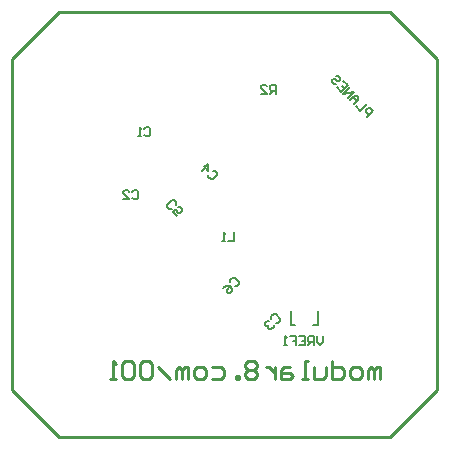
<source format=gbo>
%FSLAX24Y24*%
%MOIN*%
G70*
G01*
G75*
G04 Layer_Color=32896*
%ADD10R,0.0236X0.0315*%
G04:AMPARAMS|DCode=11|XSize=15.7mil|YSize=59.1mil|CornerRadius=0mil|HoleSize=0mil|Usage=FLASHONLY|Rotation=315.000|XOffset=0mil|YOffset=0mil|HoleType=Round|Shape=Rectangle|*
%AMROTATEDRECTD11*
4,1,4,-0.0264,-0.0153,0.0153,0.0264,0.0264,0.0153,-0.0153,-0.0264,-0.0264,-0.0153,0.0*
%
%ADD11ROTATEDRECTD11*%

G04:AMPARAMS|DCode=12|XSize=15.7mil|YSize=59.1mil|CornerRadius=0mil|HoleSize=0mil|Usage=FLASHONLY|Rotation=45.000|XOffset=0mil|YOffset=0mil|HoleType=Round|Shape=Rectangle|*
%AMROTATEDRECTD12*
4,1,4,0.0153,-0.0264,-0.0264,0.0153,-0.0153,0.0264,0.0264,-0.0153,0.0153,-0.0264,0.0*
%
%ADD12ROTATEDRECTD12*%

G04:AMPARAMS|DCode=13|XSize=15.7mil|YSize=59.1mil|CornerRadius=0mil|HoleSize=0mil|Usage=FLASHONLY|Rotation=45.000|XOffset=0mil|YOffset=0mil|HoleType=Round|Shape=Round|*
%AMOVALD13*
21,1,0.0433,0.0157,0.0000,0.0000,135.0*
1,1,0.0157,0.0153,-0.0153*
1,1,0.0157,-0.0153,0.0153*
%
%ADD13OVALD13*%

%ADD14R,0.0450X0.0450*%
%ADD15R,0.0472X0.1457*%
%ADD16C,0.0200*%
%ADD17C,0.0100*%
%ADD18C,0.0150*%
%ADD19R,0.0540X0.0670*%
%ADD20R,0.1080X0.0760*%
%ADD21R,0.1260X0.1080*%
%ADD22R,0.0820X0.1791*%
%ADD23R,0.0394X0.1575*%
%ADD24R,0.0394X0.1181*%
%ADD25R,0.1181X0.1575*%
%ADD26R,0.1575X0.0394*%
%ADD27R,0.1181X0.0394*%
%ADD28R,0.1575X0.1181*%
%ADD29C,0.0625*%
G04:AMPARAMS|DCode=30|XSize=62.5mil|YSize=62.5mil|CornerRadius=0mil|HoleSize=0mil|Usage=FLASHONLY|Rotation=180.000|XOffset=0mil|YOffset=0mil|HoleType=Round|Shape=Octagon|*
%AMOCTAGOND30*
4,1,8,-0.0313,0.0156,-0.0313,-0.0156,-0.0156,-0.0313,0.0156,-0.0313,0.0313,-0.0156,0.0313,0.0156,0.0156,0.0313,-0.0156,0.0313,-0.0313,0.0156,0.0*
%
%ADD30OCTAGOND30*%

%ADD31C,0.0250*%
G04:AMPARAMS|DCode=32|XSize=23.6mil|YSize=31.5mil|CornerRadius=0mil|HoleSize=0mil|Usage=FLASHONLY|Rotation=45.000|XOffset=0mil|YOffset=0mil|HoleType=Round|Shape=Rectangle|*
%AMROTATEDRECTD32*
4,1,4,0.0028,-0.0195,-0.0195,0.0028,-0.0028,0.0195,0.0195,-0.0028,0.0028,-0.0195,0.0*
%
%ADD32ROTATEDRECTD32*%

G04:AMPARAMS|DCode=33|XSize=23.6mil|YSize=31.5mil|CornerRadius=0mil|HoleSize=0mil|Usage=FLASHONLY|Rotation=135.000|XOffset=0mil|YOffset=0mil|HoleType=Round|Shape=Rectangle|*
%AMROTATEDRECTD33*
4,1,4,0.0195,0.0028,-0.0028,-0.0195,-0.0195,-0.0028,0.0028,0.0195,0.0195,0.0028,0.0*
%
%ADD33ROTATEDRECTD33*%

%ADD34R,0.0315X0.0236*%
%ADD35R,0.0310X0.0350*%
%ADD36R,0.0440X0.1070*%
%ADD37C,0.0039*%
%ADD38C,0.0060*%
%ADD39C,0.0075*%
%ADD40C,0.0070*%
%ADD41R,1.1024X0.1575*%
%ADD42R,0.1575X1.2598*%
%ADD43R,1.4173X0.1575*%
%ADD44R,0.1575X1.2598*%
%ADD45R,0.0316X0.0395*%
G04:AMPARAMS|DCode=46|XSize=23.7mil|YSize=67.1mil|CornerRadius=0mil|HoleSize=0mil|Usage=FLASHONLY|Rotation=315.000|XOffset=0mil|YOffset=0mil|HoleType=Round|Shape=Rectangle|*
%AMROTATEDRECTD46*
4,1,4,-0.0321,-0.0153,0.0153,0.0321,0.0321,0.0153,-0.0153,-0.0321,-0.0321,-0.0153,0.0*
%
%ADD46ROTATEDRECTD46*%

G04:AMPARAMS|DCode=47|XSize=23.7mil|YSize=67.1mil|CornerRadius=0mil|HoleSize=0mil|Usage=FLASHONLY|Rotation=45.000|XOffset=0mil|YOffset=0mil|HoleType=Round|Shape=Rectangle|*
%AMROTATEDRECTD47*
4,1,4,0.0153,-0.0321,-0.0321,0.0153,-0.0153,0.0321,0.0321,-0.0153,0.0153,-0.0321,0.0*
%
%ADD47ROTATEDRECTD47*%

G04:AMPARAMS|DCode=48|XSize=23.7mil|YSize=67.1mil|CornerRadius=0mil|HoleSize=0mil|Usage=FLASHONLY|Rotation=45.000|XOffset=0mil|YOffset=0mil|HoleType=Round|Shape=Round|*
%AMOVALD48*
21,1,0.0433,0.0237,0.0000,0.0000,135.0*
1,1,0.0237,0.0153,-0.0153*
1,1,0.0237,-0.0153,0.0153*
%
%ADD48OVALD48*%

%ADD49R,0.0530X0.0530*%
%ADD50R,0.0552X0.1537*%
%ADD51R,0.0474X0.1655*%
%ADD52R,0.0474X0.1261*%
%ADD53R,0.1261X0.1655*%
%ADD54R,0.1655X0.0474*%
%ADD55R,0.1261X0.0474*%
%ADD56R,0.1655X0.1261*%
%ADD57R,0.0080X0.0080*%
%ADD58C,0.0705*%
G04:AMPARAMS|DCode=59|XSize=70.5mil|YSize=70.5mil|CornerRadius=0mil|HoleSize=0mil|Usage=FLASHONLY|Rotation=180.000|XOffset=0mil|YOffset=0mil|HoleType=Round|Shape=Octagon|*
%AMOCTAGOND59*
4,1,8,-0.0353,0.0176,-0.0353,-0.0176,-0.0176,-0.0353,0.0176,-0.0353,0.0353,-0.0176,0.0353,0.0176,0.0176,0.0353,-0.0176,0.0353,-0.0353,0.0176,0.0*
%
%ADD59OCTAGOND59*%

%ADD60C,0.0330*%
%ADD61R,0.1575X1.1024*%
%ADD62R,1.2598X0.1575*%
G04:AMPARAMS|DCode=63|XSize=31.6mil|YSize=39.5mil|CornerRadius=0mil|HoleSize=0mil|Usage=FLASHONLY|Rotation=45.000|XOffset=0mil|YOffset=0mil|HoleType=Round|Shape=Rectangle|*
%AMROTATEDRECTD63*
4,1,4,0.0028,-0.0251,-0.0251,0.0028,-0.0028,0.0251,0.0251,-0.0028,0.0028,-0.0251,0.0*
%
%ADD63ROTATEDRECTD63*%

G04:AMPARAMS|DCode=64|XSize=31.6mil|YSize=39.5mil|CornerRadius=0mil|HoleSize=0mil|Usage=FLASHONLY|Rotation=135.000|XOffset=0mil|YOffset=0mil|HoleType=Round|Shape=Rectangle|*
%AMROTATEDRECTD64*
4,1,4,0.0251,0.0028,-0.0028,-0.0251,-0.0251,-0.0028,0.0028,0.0251,0.0251,0.0028,0.0*
%
%ADD64ROTATEDRECTD64*%

%ADD65R,0.0395X0.0316*%
%ADD66R,0.0390X0.0430*%
%ADD67C,0.0050*%
D17*
X42970Y22890D02*
Y23290D01*
X42870D01*
X42770Y23190D01*
Y22890D01*
Y23190D01*
X42670Y23290D01*
X42570Y23190D01*
Y22890D01*
X42270D02*
X42070D01*
X41970Y22990D01*
Y23190D01*
X42070Y23290D01*
X42270D01*
X42370Y23190D01*
Y22990D01*
X42270Y22890D01*
X41371Y23490D02*
Y22890D01*
X41670D01*
X41770Y22990D01*
Y23190D01*
X41670Y23290D01*
X41371D01*
X41171D02*
Y22990D01*
X41071Y22890D01*
X40771D01*
Y23290D01*
X40571Y22890D02*
X40371D01*
X40471D01*
Y23490D01*
X40571D01*
X39971Y23290D02*
X39771D01*
X39671Y23190D01*
Y22890D01*
X39971D01*
X40071Y22990D01*
X39971Y23090D01*
X39671D01*
X39471Y23290D02*
Y22890D01*
Y23090D01*
X39371Y23190D01*
X39271Y23290D01*
X39171D01*
X38871Y23390D02*
X38771Y23490D01*
X38571D01*
X38471Y23390D01*
Y23290D01*
X38571Y23190D01*
X38471Y23090D01*
Y22990D01*
X38571Y22890D01*
X38771D01*
X38871Y22990D01*
Y23090D01*
X38771Y23190D01*
X38871Y23290D01*
Y23390D01*
X38771Y23190D02*
X38571D01*
X38272Y22890D02*
Y22990D01*
X38172D01*
Y22890D01*
X38272D01*
X37372Y23290D02*
X37672D01*
X37772Y23190D01*
Y22990D01*
X37672Y22890D01*
X37372D01*
X37072D02*
X36872D01*
X36772Y22990D01*
Y23190D01*
X36872Y23290D01*
X37072D01*
X37172Y23190D01*
Y22990D01*
X37072Y22890D01*
X36572D02*
Y23290D01*
X36472D01*
X36372Y23190D01*
Y22890D01*
Y23190D01*
X36272Y23290D01*
X36172Y23190D01*
Y22890D01*
X35972D02*
X35572Y23290D01*
X35372Y23390D02*
X35272Y23490D01*
X35073D01*
X34973Y23390D01*
Y22990D01*
X35073Y22890D01*
X35272D01*
X35372Y22990D01*
Y23390D01*
X34773D02*
X34673Y23490D01*
X34473D01*
X34373Y23390D01*
Y22990D01*
X34473Y22890D01*
X34673D01*
X34773Y22990D01*
Y23390D01*
X34173Y22890D02*
X33973D01*
X34073D01*
Y23490D01*
X34173Y23390D01*
X30713Y33561D02*
X32287Y35136D01*
X30713Y22537D02*
Y33561D01*
Y22537D02*
X32287Y20963D01*
X43311D01*
X44886Y22537D01*
Y33561D01*
X43311Y35136D02*
X44886Y33561D01*
X32287Y35136D02*
X43311D01*
D40*
X41070Y24320D02*
Y24120D01*
X40970Y24020D01*
X40870Y24120D01*
Y24320D01*
X40770Y24020D02*
Y24320D01*
X40620D01*
X40570Y24270D01*
Y24170D01*
X40620Y24120D01*
X40770D01*
X40670D02*
X40570Y24020D01*
X40270Y24320D02*
X40470D01*
Y24020D01*
X40270D01*
X40470Y24170D02*
X40370D01*
X39970Y24320D02*
X40170D01*
Y24170D01*
X40070D01*
X40170D01*
Y24020D01*
X39870D02*
X39770D01*
X39820D01*
Y24320D01*
X39870Y24270D01*
X39500Y32400D02*
Y32700D01*
X39350D01*
X39300Y32650D01*
Y32550D01*
X39350Y32500D01*
X39500D01*
X39400D02*
X39300Y32400D01*
X39000D02*
X39200D01*
X39000Y32600D01*
Y32650D01*
X39050Y32700D01*
X39150D01*
X39200Y32650D01*
X42530Y31620D02*
X42742Y31832D01*
X42636Y31938D01*
X42565Y31938D01*
X42495Y31867D01*
X42495Y31797D01*
X42601Y31691D01*
X42530Y32044D02*
X42318Y31832D01*
X42177Y31973D01*
X42106Y32044D02*
X42247Y32185D01*
Y32327D01*
X42106D01*
X41965Y32185D01*
X42071Y32292D01*
X42212Y32150D01*
X41894Y32256D02*
X42106Y32468D01*
X41752Y32398D01*
X41965Y32610D01*
X41752Y32822D02*
X41894Y32680D01*
X41682Y32468D01*
X41540Y32610D01*
X41788Y32574D02*
X41717Y32645D01*
X41505Y32998D02*
X41576Y32998D01*
X41646Y32928D01*
Y32857D01*
X41611Y32822D01*
X41540D01*
X41470Y32892D01*
X41399D01*
X41364Y32857D01*
Y32786D01*
X41434Y32716D01*
X41505D01*
X38120Y27780D02*
Y27480D01*
X37920D01*
X37820D02*
X37720D01*
X37770D01*
Y27780D01*
X37820Y27730D01*
X37982Y26115D02*
X37982Y26186D01*
X38053Y26257D01*
X38123D01*
X38265Y26115D01*
Y26045D01*
X38194Y25974D01*
X38123Y25974D01*
X37734Y25939D02*
X37841Y25974D01*
X37982Y25974D01*
X38053Y25903D01*
Y25833D01*
X37982Y25762D01*
X37911Y25762D01*
X37876Y25797D01*
X37876Y25868D01*
X37982Y25974D01*
X36025Y28562D02*
X35954Y28562D01*
X35883Y28633D01*
Y28703D01*
X36025Y28845D01*
X36095D01*
X36166Y28774D01*
X36166Y28703D01*
X36201Y28314D02*
X36060Y28456D01*
X36166Y28562D01*
X36201Y28456D01*
X36237Y28421D01*
X36307D01*
X36378Y28491D01*
X36378Y28562D01*
X36307Y28633D01*
X36237D01*
X37395Y29838D02*
X37466Y29838D01*
X37537Y29767D01*
Y29697D01*
X37395Y29555D01*
X37325D01*
X37254Y29626D01*
X37254Y29697D01*
X37042Y29838D02*
X37254Y30050D01*
X37254Y29838D01*
X37113Y29979D01*
X39352Y24905D02*
X39352Y24976D01*
X39423Y25047D01*
X39493D01*
X39635Y24905D01*
Y24835D01*
X39564Y24764D01*
X39493Y24764D01*
X39281Y24835D02*
X39211D01*
X39140Y24764D01*
X39140Y24693D01*
X39175Y24658D01*
X39246D01*
X39281Y24693D01*
X39246Y24658D01*
X39246Y24587D01*
X39281Y24552D01*
X39352Y24552D01*
X39423Y24623D01*
Y24693D01*
X34720Y29130D02*
X34770Y29180D01*
X34870D01*
X34920Y29130D01*
Y28930D01*
X34870Y28880D01*
X34770D01*
X34720Y28930D01*
X34420Y28880D02*
X34620D01*
X34420Y29080D01*
Y29130D01*
X34470Y29180D01*
X34570D01*
X34620Y29130D01*
X35110Y31230D02*
X35160Y31280D01*
X35260D01*
X35310Y31230D01*
Y31030D01*
X35260Y30980D01*
X35160D01*
X35110Y31030D01*
X35010Y30980D02*
X34910D01*
X34960D01*
Y31280D01*
X35010Y31230D01*
D67*
X40000Y24690D02*
Y25140D01*
Y24690D02*
X40150D01*
X40750D02*
X40900D01*
Y25140D01*
M02*

</source>
